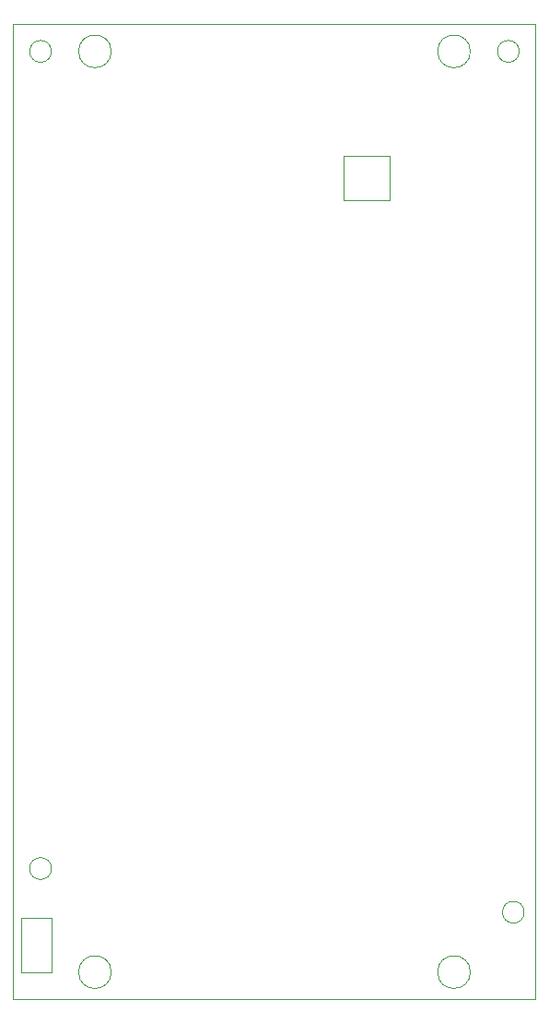
<source format=gbr>
%TF.GenerationSoftware,KiCad,Pcbnew,(5.1.9)-1*%
%TF.CreationDate,2021-03-29T02:47:02+02:00*%
%TF.ProjectId,HB-RC-12-EP-2,48422d52-432d-4313-922d-45502d322e6b,rev?*%
%TF.SameCoordinates,Original*%
%TF.FileFunction,Profile,NP*%
%FSLAX46Y46*%
G04 Gerber Fmt 4.6, Leading zero omitted, Abs format (unit mm)*
G04 Created by KiCad (PCBNEW (5.1.9)-1) date 2021-03-29 02:47:02*
%MOMM*%
%LPD*%
G01*
G04 APERTURE LIST*
%TA.AperFunction,Profile*%
%ADD10C,0.050000*%
%TD*%
G04 APERTURE END LIST*
D10*
X121975000Y-81425000D02*
X117725000Y-81425000D01*
X121975000Y-85475000D02*
X121975000Y-81425000D01*
X117725000Y-85475000D02*
X121975000Y-85475000D01*
X117725000Y-81425000D02*
X117725000Y-85475000D01*
X129350000Y-71850000D02*
G75*
G03*
X129350000Y-71850000I-1500000J0D01*
G01*
X96350000Y-71850000D02*
G75*
G03*
X96350000Y-71850000I-1500000J0D01*
G01*
X96350000Y-156350000D02*
G75*
G03*
X96350000Y-156350000I-1500000J0D01*
G01*
X129350000Y-156350000D02*
G75*
G03*
X129350000Y-156350000I-1500000J0D01*
G01*
X102600000Y-158850000D02*
X87350000Y-158850000D01*
X120600000Y-158850000D02*
X135350000Y-158850000D01*
X102600000Y-158850000D02*
X120600000Y-158850000D01*
X88050000Y-156350000D02*
X88050000Y-151350000D01*
X90850000Y-156350000D02*
X88050000Y-156350000D01*
X90850000Y-151350000D02*
X90850000Y-156350000D01*
X88050000Y-151350000D02*
X90850000Y-151350000D01*
X90850000Y-146850000D02*
G75*
G03*
X90850000Y-146850000I-1000000J0D01*
G01*
X134300000Y-150850000D02*
G75*
G03*
X134300000Y-150850000I-1000000J0D01*
G01*
X133850000Y-71850000D02*
G75*
G03*
X133850000Y-71850000I-1000000J0D01*
G01*
X90850000Y-71850000D02*
G75*
G03*
X90850000Y-71850000I-1000000J0D01*
G01*
X87350000Y-69350000D02*
X87350000Y-158850000D01*
X135350000Y-69350000D02*
X135350000Y-158850000D01*
X87350000Y-69350000D02*
X135350000Y-69350000D01*
M02*

</source>
